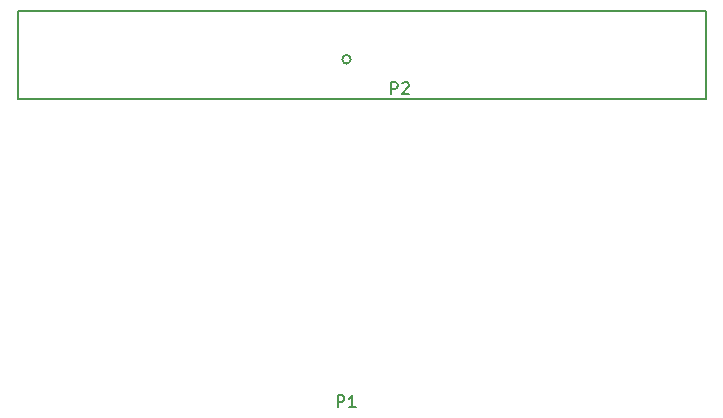
<source format=gbr>
*
%LPD*%
%LN915 PCB Antenna 01-F.SilkS*%
%FSLAX25Y25*%
%MOIN*%
%AD*%
%AD*%
%ADD31C,0.005905512*%
G54D31*
%SRX1Y1I0.0J0.0*%
G1X113629Y84631D2*
G75*
G3X113629Y84631I-1420J0D1*
G74*
G1X2760Y74789D2*
G1X2760Y73214D1*
G1X231894Y74789D2*
G1X231894Y71246D1*
G1X2760Y74395D2*
G1X2760Y71246D1*
G1X81894Y71246D1*
G1X81500Y100773D2*
G1X2760Y100773D1*
G1X2760Y74789D1*
G1X81500Y71246D2*
G1X231894Y71246D1*
G1X231894Y74789D2*
G1X231894Y100773D1*
G1X81500Y100773D1*
G1X109299Y-31309D2*
G1X109299Y-27372D1*
G1X110799Y-27372D1*
G1X111174Y-27559D1*
G1X111361Y-27747D1*
G1X111549Y-28121D1*
G1X111549Y-28684D1*
G1X111361Y-29059D1*
G1X111174Y-29246D1*
G1X110799Y-29434D1*
G1X109299Y-29434D1*
G1X115298Y-31309D2*
G1X113048Y-31309D1*
G1X114173Y-31309D2*
G1X114173Y-27372D1*
G1X113798Y-27934D1*
G1X113423Y-28309D1*
G1X113048Y-28496D1*
G1X127015Y73022D2*
G1X127015Y76959D1*
G1X128515Y76959D1*
G1X128890Y76772D1*
G1X129078Y76584D1*
G1X129265Y76209D1*
G1X129265Y75647D1*
G1X129078Y75272D1*
G1X128890Y75084D1*
G1X128515Y74897D1*
G1X127015Y74897D1*
G1X130765Y76584D2*
G1X130952Y76772D1*
G1X131327Y76959D1*
G1X132265Y76959D1*
G1X132640Y76772D1*
G1X132827Y76584D1*
G1X133015Y76209D1*
G1X133015Y75834D1*
G1X132827Y75272D1*
G1X130577Y73022D1*
G1X133015Y73022D1*
M2*

</source>
